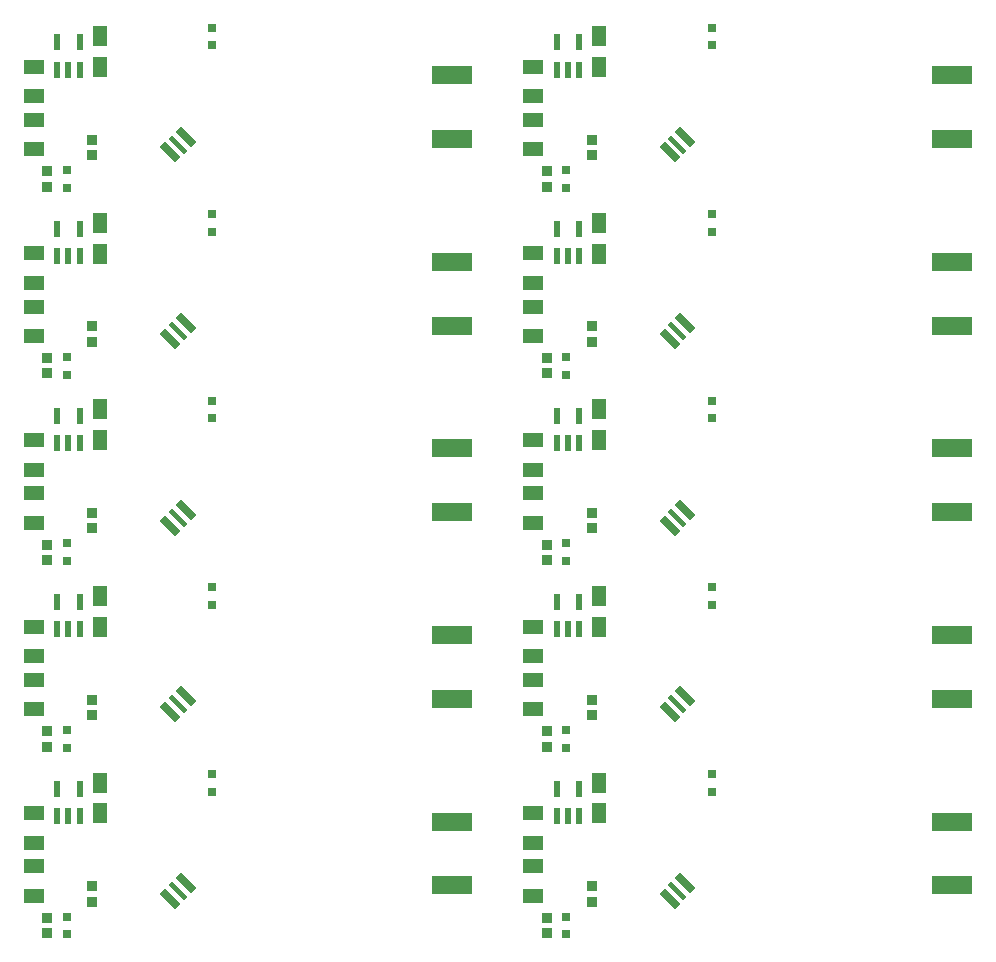
<source format=gbp>
G04*
G04 #@! TF.GenerationSoftware,Altium Limited,Altium Designer,22.10.1 (41)*
G04*
G04 Layer_Color=65280*
%FSTAX24Y24*%
%MOIN*%
G70*
G04*
G04 #@! TF.SameCoordinates,45835C21-10AE-4195-8F6B-2C948669ADBA*
G04*
G04*
G04 #@! TF.FilePolarity,Positive*
G04*
G01*
G75*
%ADD17R,0.1378X0.0591*%
%ADD29R,0.0374X0.0335*%
%ADD46R,0.0484X0.0709*%
%ADD47R,0.0315X0.0315*%
%ADD48R,0.0236X0.0520*%
G04:AMPARAMS|DCode=49|XSize=15.7mil|YSize=74.8mil|CornerRadius=0mil|HoleSize=0mil|Usage=FLASHONLY|Rotation=45.000|XOffset=0mil|YOffset=0mil|HoleType=Round|Shape=Rectangle|*
%AMROTATEDRECTD49*
4,1,4,0.0209,-0.0320,-0.0320,0.0209,-0.0209,0.0320,0.0320,-0.0209,0.0209,-0.0320,0.0*
%
%ADD49ROTATEDRECTD49*%

G04:AMPARAMS|DCode=50|XSize=23.6mil|YSize=74.8mil|CornerRadius=0mil|HoleSize=0mil|Usage=FLASHONLY|Rotation=45.000|XOffset=0mil|YOffset=0mil|HoleType=Round|Shape=Rectangle|*
%AMROTATEDRECTD50*
4,1,4,0.0181,-0.0348,-0.0348,0.0181,-0.0181,0.0348,0.0348,-0.0181,0.0181,-0.0348,0.0*
%
%ADD50ROTATEDRECTD50*%

%ADD51R,0.0669X0.0512*%
D17*
X033323Y017584D02*
D03*
Y015458D02*
D03*
X049976Y017584D02*
D03*
Y015458D02*
D03*
X033323Y023805D02*
D03*
Y021679D02*
D03*
X049976Y023805D02*
D03*
Y021679D02*
D03*
X033323Y030025D02*
D03*
Y027899D02*
D03*
X049976Y030025D02*
D03*
Y027899D02*
D03*
X033323Y036246D02*
D03*
Y03412D02*
D03*
X049976Y036246D02*
D03*
Y03412D02*
D03*
X033323Y042466D02*
D03*
Y04034D02*
D03*
X049976Y042466D02*
D03*
Y04034D02*
D03*
D29*
X021323Y014915D02*
D03*
Y015427D02*
D03*
X019823Y014377D02*
D03*
X019823Y013865D02*
D03*
X037976Y014915D02*
D03*
Y015427D02*
D03*
X036476Y014377D02*
D03*
X036476Y013865D02*
D03*
X021323Y021136D02*
D03*
Y021648D02*
D03*
X019823Y020598D02*
D03*
X019823Y020086D02*
D03*
X037976Y021136D02*
D03*
Y021648D02*
D03*
X036476Y020598D02*
D03*
X036476Y020086D02*
D03*
X021323Y027356D02*
D03*
Y027868D02*
D03*
X019823Y026818D02*
D03*
X019823Y026306D02*
D03*
X037976Y027356D02*
D03*
Y027868D02*
D03*
X036476Y026818D02*
D03*
X036476Y026306D02*
D03*
X021323Y033577D02*
D03*
Y034089D02*
D03*
X019823Y033039D02*
D03*
X019823Y032527D02*
D03*
X037976Y033577D02*
D03*
Y034089D02*
D03*
X036476Y033039D02*
D03*
X036476Y032527D02*
D03*
X021323Y039797D02*
D03*
Y040309D02*
D03*
X019823Y039259D02*
D03*
X019823Y038747D02*
D03*
X037976Y039797D02*
D03*
Y040309D02*
D03*
X036476Y039259D02*
D03*
X036476Y038747D02*
D03*
D46*
X021573Y017856D02*
D03*
Y018887D02*
D03*
X038226Y017856D02*
D03*
Y018887D02*
D03*
X021573Y024076D02*
D03*
Y025108D02*
D03*
X038226Y024076D02*
D03*
Y025108D02*
D03*
X021573Y030297D02*
D03*
Y031328D02*
D03*
X038226Y030297D02*
D03*
Y031328D02*
D03*
X021573Y036517D02*
D03*
Y037548D02*
D03*
X038226Y036517D02*
D03*
Y037548D02*
D03*
X021573Y042737D02*
D03*
Y043769D02*
D03*
X038226Y042737D02*
D03*
Y043769D02*
D03*
D47*
X025323Y018581D02*
D03*
Y019171D02*
D03*
X020473Y014417D02*
D03*
X020473Y013826D02*
D03*
X041976Y018581D02*
D03*
Y019171D02*
D03*
X037126Y014417D02*
D03*
X037126Y013826D02*
D03*
X025323Y024801D02*
D03*
Y025392D02*
D03*
X020473Y020637D02*
D03*
X020473Y020047D02*
D03*
X041976Y024801D02*
D03*
Y025392D02*
D03*
X037126Y020637D02*
D03*
X037126Y020047D02*
D03*
X025323Y031022D02*
D03*
Y031612D02*
D03*
X020473Y026858D02*
D03*
X020473Y026267D02*
D03*
X041976Y031022D02*
D03*
Y031612D02*
D03*
X037126Y026858D02*
D03*
X037126Y026267D02*
D03*
X025323Y037242D02*
D03*
Y037833D02*
D03*
X020473Y033078D02*
D03*
X020473Y032487D02*
D03*
X041976Y037242D02*
D03*
Y037833D02*
D03*
X037126Y033078D02*
D03*
X037126Y032487D02*
D03*
X025323Y043463D02*
D03*
Y044053D02*
D03*
X020473Y039298D02*
D03*
X020473Y038708D02*
D03*
X041976Y043463D02*
D03*
Y044053D02*
D03*
X037126Y039298D02*
D03*
X037126Y038708D02*
D03*
D48*
X020523Y017769D02*
D03*
X020897D02*
D03*
X020149D02*
D03*
Y018674D02*
D03*
X020897D02*
D03*
X037176Y017769D02*
D03*
X03755D02*
D03*
X036802D02*
D03*
Y018674D02*
D03*
X03755D02*
D03*
X020523Y023989D02*
D03*
X020897D02*
D03*
X020149D02*
D03*
Y024895D02*
D03*
X020897D02*
D03*
X037176Y023989D02*
D03*
X03755D02*
D03*
X036802D02*
D03*
Y024895D02*
D03*
X03755D02*
D03*
X020523Y03021D02*
D03*
X020897D02*
D03*
X020149D02*
D03*
Y031115D02*
D03*
X020897D02*
D03*
X037176Y03021D02*
D03*
X03755D02*
D03*
X036802D02*
D03*
Y031115D02*
D03*
X03755D02*
D03*
X020523Y03643D02*
D03*
X020897D02*
D03*
X020149D02*
D03*
Y037335D02*
D03*
X020897D02*
D03*
X037176Y03643D02*
D03*
X03755D02*
D03*
X036802D02*
D03*
Y037335D02*
D03*
X03755D02*
D03*
X020523Y04265D02*
D03*
X020897D02*
D03*
X020149D02*
D03*
Y043556D02*
D03*
X020897D02*
D03*
X037176Y04265D02*
D03*
X03755D02*
D03*
X036802D02*
D03*
Y043556D02*
D03*
X03755D02*
D03*
D49*
X024173Y015271D02*
D03*
X040826D02*
D03*
X024173Y021492D02*
D03*
X040826D02*
D03*
X024173Y027712D02*
D03*
X040826D02*
D03*
X024173Y033933D02*
D03*
X040826D02*
D03*
X024173Y040153D02*
D03*
X040826D02*
D03*
D50*
X023908Y015007D02*
D03*
X024437Y015536D02*
D03*
X040562Y015007D02*
D03*
X041091Y015536D02*
D03*
X023908Y021227D02*
D03*
X024437Y021756D02*
D03*
X040562Y021227D02*
D03*
X041091Y021756D02*
D03*
X023908Y027448D02*
D03*
X024437Y027977D02*
D03*
X040562Y027448D02*
D03*
X041091Y027977D02*
D03*
X023908Y033668D02*
D03*
X024437Y034197D02*
D03*
X040562Y033668D02*
D03*
X041091Y034197D02*
D03*
X023908Y039889D02*
D03*
X024437Y040418D02*
D03*
X040562Y039889D02*
D03*
X041091Y040418D02*
D03*
D51*
X019369Y017863D02*
D03*
Y015108D02*
D03*
Y016879D02*
D03*
Y016092D02*
D03*
X036023Y017863D02*
D03*
Y015108D02*
D03*
Y016879D02*
D03*
Y016092D02*
D03*
X019369Y024084D02*
D03*
Y021328D02*
D03*
Y0231D02*
D03*
Y022312D02*
D03*
X036023Y024084D02*
D03*
Y021328D02*
D03*
Y0231D02*
D03*
Y022312D02*
D03*
X019369Y030304D02*
D03*
Y027548D02*
D03*
Y02932D02*
D03*
Y028533D02*
D03*
X036023Y030304D02*
D03*
Y027548D02*
D03*
Y02932D02*
D03*
Y028533D02*
D03*
X019369Y036525D02*
D03*
Y033769D02*
D03*
Y035541D02*
D03*
Y034753D02*
D03*
X036023Y036525D02*
D03*
Y033769D02*
D03*
Y035541D02*
D03*
Y034753D02*
D03*
X019369Y042745D02*
D03*
Y039989D02*
D03*
Y041761D02*
D03*
Y040974D02*
D03*
X036023Y042745D02*
D03*
Y039989D02*
D03*
Y041761D02*
D03*
Y040974D02*
D03*
M02*

</source>
